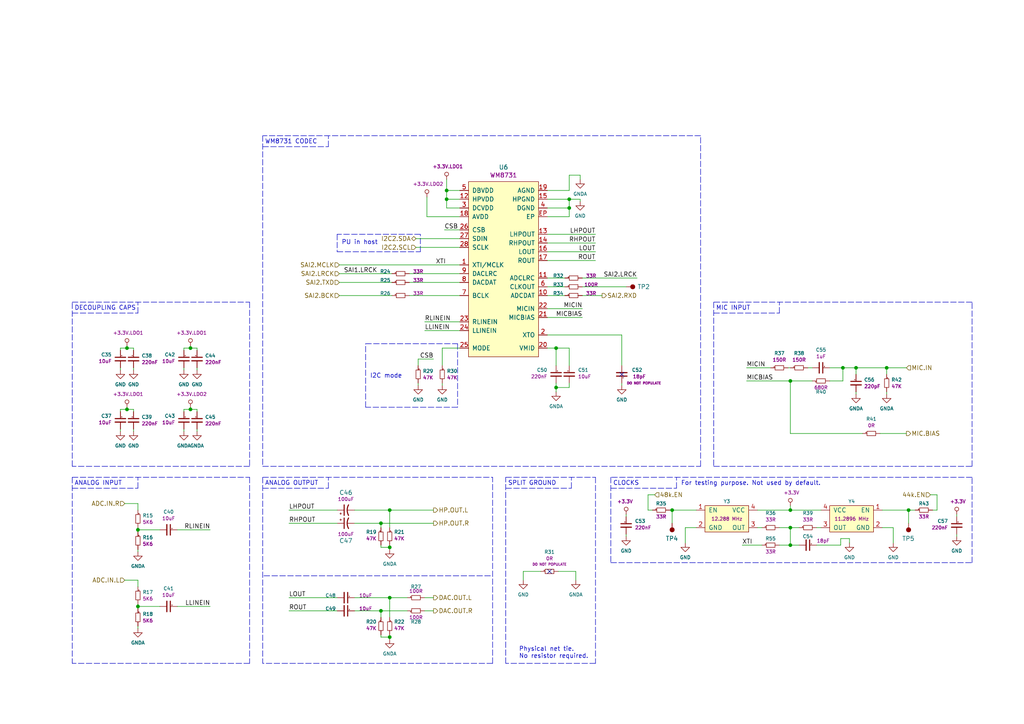
<source format=kicad_sch>
(kicad_sch (version 20211123) (generator eeschema)
  (paper "A4")
  (title_block (title "EX-PCB-10108-001") (date "2021-07-27") (rev "A") (company "OHN Electronics Inc.") (comment 1 "Uses NXP i.MX6ULx core design licensed from PolyVection UG, Germany") (comment 2 "Organelle 2 Processor board") (comment 4 "EX-PCB-10108-001 - Schematics"))
  (junction (at 161.29 100.965))
  (junction (at 40.005 153.67))
  (junction (at 40.005 175.895))
  (junction (at 36.83 118.745))
  (junction (at 229.235 158.115))
  (junction (at 229.235 153.035))
  (junction (at 161.29 112.395))
  (junction (at 263.525 147.955))
  (junction (at 165.1 60.325))
  (junction (at 229.235 147.955))
  (junction (at 110.49 177.165))
  (junction (at 248.285 106.68))
  (junction (at 129.54 55.245))
  (junction (at 113.03 173.355))
  (junction (at 194.945 147.955))
  (junction (at 257.175 106.68))
  (junction (at 129.54 57.785))
  (junction (at 113.03 158.75))
  (junction (at 113.03 184.785))
  (junction (at 55.245 100.965))
  (junction (at 165.1 57.785))
  (junction (at 55.245 118.745))
  (junction (at 36.83 100.965))
  (junction (at 244.475 106.68))
  (junction (at 229.235 110.49))
  (junction (at 110.49 151.765))
  (junction (at 113.03 147.955))
  (no_connect (at 180.34 108.585))
  (no_connect (at 159.385 165.735))
  (polyline (pts (xy 203.2 135.255) (xy 203.2 39.37)))
  (wire (pts (xy 236.855 153.035) (xy 238.125 153.035)))
  (wire (pts (xy 128.27 111.76) (xy 128.27 111.125)))
  (polyline (pts (xy 20.955 138.43) (xy 20.955 192.405)))
  (wire (pts (xy 168.91 80.645) (xy 184.785 80.645)))
  (wire (pts (xy 113.03 179.07) (xy 113.03 173.355)))
  (wire (pts (xy 220.98 158.115) (xy 215.265 158.115)))
  (wire (pts (xy 244.475 106.68) (xy 240.665 106.68)))
  (wire (pts (xy 113.03 184.785) (xy 110.49 184.785)))
  (polyline (pts (xy 207.01 135.255) (xy 281.94 135.255)))
  (wire (pts (xy 229.235 147.955) (xy 238.125 147.955)))
  (polyline (pts (xy 106.045 99.695) (xy 132.715 99.695)))
  (wire (pts (xy 128.27 100.965) (xy 128.27 106.045)))
  (wire (pts (xy 133.35 81.915) (xy 118.745 81.915)))
  (wire (pts (xy 248.285 114.3) (xy 248.285 113.665)))
  (wire (pts (xy 57.15 101.6) (xy 57.15 100.965)))
  (wire (pts (xy 161.29 112.395) (xy 161.29 113.665)))
  (wire (pts (xy 219.71 147.955) (xy 229.235 147.955)))
  (wire (pts (xy 201.93 153.035) (xy 198.755 153.035)))
  (polyline (pts (xy 76.2 138.43) (xy 76.2 192.405)))
  (wire (pts (xy 161.29 112.395) (xy 165.1 112.395)))
  (wire (pts (xy 223.52 106.68) (xy 216.535 106.68)))
  (wire (pts (xy 243.84 158.115) (xy 243.84 156.21)))
  (wire (pts (xy 129.54 55.245) (xy 133.35 55.245)))
  (wire (pts (xy 165.1 57.785) (xy 165.1 60.325)))
  (wire (pts (xy 34.925 106.68) (xy 34.925 107.315)))
  (wire (pts (xy 163.83 85.725) (xy 158.75 85.725)))
  (wire (pts (xy 257.175 106.68) (xy 257.175 108.585)))
  (wire (pts (xy 102.87 177.165) (xy 110.49 177.165)))
  (wire (pts (xy 38.735 119.38) (xy 38.735 118.745)))
  (wire (pts (xy 110.49 151.765) (xy 110.49 153.035)))
  (polyline (pts (xy 132.715 99.695) (xy 132.715 118.11)))
  (wire (pts (xy 40.005 153.035) (xy 40.005 153.67)))
  (wire (pts (xy 236.855 158.115) (xy 243.84 158.115)))
  (wire (pts (xy 55.245 118.745) (xy 55.245 118.11)))
  (wire (pts (xy 158.75 73.025) (xy 172.72 73.025)))
  (wire (pts (xy 250.19 125.73) (xy 229.235 125.73)))
  (wire (pts (xy 240.665 110.49) (xy 244.475 110.49)))
  (wire (pts (xy 98.425 76.835) (xy 133.35 76.835)))
  (wire (pts (xy 180.34 97.155) (xy 180.34 106.045)))
  (polyline (pts (xy 20.955 90.805) (xy 40.005 90.805)))
  (wire (pts (xy 270.51 147.955) (xy 271.78 147.955)))
  (wire (pts (xy 123.19 177.165) (xy 125.73 177.165)))
  (wire (pts (xy 53.34 101.6) (xy 53.34 100.965)))
  (polyline (pts (xy 177.165 138.43) (xy 177.165 163.195)))
  (wire (pts (xy 120.65 69.215) (xy 133.35 69.215)))
  (wire (pts (xy 263.525 147.955) (xy 255.905 147.955)))
  (polyline (pts (xy 72.39 192.405) (xy 20.955 192.405)))
  (wire (pts (xy 257.175 114.3) (xy 257.175 113.665)))
  (wire (pts (xy 229.235 106.68) (xy 228.6 106.68)))
  (wire (pts (xy 158.75 70.485) (xy 172.72 70.485)))
  (wire (pts (xy 34.925 101.6) (xy 34.925 100.965)))
  (wire (pts (xy 97.79 147.955) (xy 83.82 147.955)))
  (wire (pts (xy 265.43 147.955) (xy 263.525 147.955)))
  (wire (pts (xy 113.03 147.955) (xy 125.73 147.955)))
  (wire (pts (xy 113.03 173.355) (xy 102.87 173.355)))
  (polyline (pts (xy 196.215 141.605) (xy 196.215 138.43)))
  (polyline (pts (xy 207.01 90.805) (xy 226.06 90.805)))
  (polyline (pts (xy 76.2 138.43) (xy 142.875 138.43)))
  (wire (pts (xy 57.15 124.46) (xy 57.15 125.095)))
  (wire (pts (xy 189.23 147.955) (xy 187.96 147.955)))
  (wire (pts (xy 36.83 118.745) (xy 36.83 118.11)))
  (wire (pts (xy 189.865 143.51) (xy 187.96 143.51)))
  (wire (pts (xy 34.925 118.745) (xy 36.83 118.745)))
  (wire (pts (xy 174.625 85.725) (xy 168.91 85.725)))
  (wire (pts (xy 129.54 60.325) (xy 133.35 60.325)))
  (wire (pts (xy 229.235 110.49) (xy 216.535 110.49)))
  (wire (pts (xy 53.34 119.38) (xy 53.34 118.745)))
  (wire (pts (xy 229.235 153.035) (xy 226.06 153.035)))
  (polyline (pts (xy 203.2 39.37) (xy 76.2 39.37)))
  (wire (pts (xy 158.75 57.785) (xy 165.1 57.785)))
  (polyline (pts (xy 281.94 87.63) (xy 207.01 87.63)))
  (wire (pts (xy 113.03 158.115) (xy 113.03 158.75)))
  (wire (pts (xy 194.945 147.955) (xy 201.93 147.955)))
  (wire (pts (xy 102.87 151.765) (xy 110.49 151.765)))
  (wire (pts (xy 167.005 165.735) (xy 161.925 165.735)))
  (wire (pts (xy 38.735 118.745) (xy 36.83 118.745)))
  (wire (pts (xy 123.825 57.15) (xy 123.825 62.865)))
  (wire (pts (xy 53.34 106.68) (xy 53.34 107.315)))
  (wire (pts (xy 40.005 170.18) (xy 40.005 168.275)))
  (wire (pts (xy 271.78 143.51) (xy 271.78 147.955)))
  (wire (pts (xy 151.765 168.275) (xy 151.765 165.735)))
  (polyline (pts (xy 281.94 138.43) (xy 177.165 138.43)))
  (polyline (pts (xy 95.25 42.545) (xy 95.25 39.37)))
  (wire (pts (xy 165.1 55.245) (xy 165.1 50.8)))
  (polyline (pts (xy 142.875 192.405) (xy 76.2 192.405)))
  (wire (pts (xy 129.54 60.325) (xy 129.54 57.785)))
  (wire (pts (xy 40.005 168.275) (xy 36.195 168.275)))
  (wire (pts (xy 229.235 153.035) (xy 229.235 158.115)))
  (polyline (pts (xy 177.165 163.195) (xy 281.94 163.195)))
  (wire (pts (xy 118.745 79.375) (xy 133.35 79.375)))
  (wire (pts (xy 165.1 62.865) (xy 158.75 62.865)))
  (polyline (pts (xy 281.94 163.195) (xy 281.94 138.43)))
  (wire (pts (xy 38.735 106.68) (xy 38.735 107.315)))
  (wire (pts (xy 168.275 57.785) (xy 165.1 57.785)))
  (wire (pts (xy 97.79 151.765) (xy 83.82 151.765)))
  (wire (pts (xy 133.35 95.885) (xy 123.19 95.885)))
  (wire (pts (xy 262.89 106.68) (xy 257.175 106.68)))
  (polyline (pts (xy 121.92 73.025) (xy 121.92 67.945)))
  (wire (pts (xy 277.495 149.86) (xy 277.495 149.225)))
  (wire (pts (xy 220.98 153.035) (xy 219.71 153.035)))
  (wire (pts (xy 165.1 60.325) (xy 165.1 62.865)))
  (wire (pts (xy 113.665 85.725) (xy 98.425 85.725)))
  (wire (pts (xy 55.245 100.965) (xy 55.245 100.33)))
  (wire (pts (xy 57.15 118.745) (xy 55.245 118.745)))
  (wire (pts (xy 168.275 58.42) (xy 168.275 57.785)))
  (wire (pts (xy 38.735 101.6) (xy 38.735 100.965)))
  (polyline (pts (xy 172.72 192.405) (xy 146.685 192.405)))
  (wire (pts (xy 163.83 80.645) (xy 158.75 80.645)))
  (wire (pts (xy 34.925 119.38) (xy 34.925 118.745)))
  (polyline (pts (xy 76.2 141.605) (xy 95.25 141.605)))
  (wire (pts (xy 34.925 100.965) (xy 36.83 100.965)))
  (wire (pts (xy 243.84 156.21) (xy 246.38 156.21)))
  (polyline (pts (xy 72.39 87.63) (xy 72.39 135.255)))
  (polyline (pts (xy 207.01 87.63) (xy 207.01 135.255)))
  (wire (pts (xy 38.735 124.46) (xy 38.735 125.095)))
  (wire (pts (xy 57.15 100.965) (xy 55.245 100.965)))
  (wire (pts (xy 110.49 158.75) (xy 110.49 158.115)))
  (wire (pts (xy 194.31 147.955) (xy 194.945 147.955)))
  (polyline (pts (xy 132.715 118.11) (xy 106.045 118.11)))
  (wire (pts (xy 163.83 83.185) (xy 158.75 83.185)))
  (polyline (pts (xy 20.955 135.255) (xy 20.955 87.63)))
  (polyline (pts (xy 76.2 39.37) (xy 76.2 135.255)))
  (wire (pts (xy 133.35 57.785) (xy 129.54 57.785)))
  (wire (pts (xy 123.19 173.355) (xy 125.73 173.355)))
  (wire (pts (xy 231.775 153.035) (xy 229.235 153.035)))
  (wire (pts (xy 133.35 100.965) (xy 128.27 100.965)))
  (polyline (pts (xy 226.06 90.805) (xy 226.06 87.63)))
  (wire (pts (xy 121.285 104.14) (xy 121.285 106.045)))
  (wire (pts (xy 246.38 156.21) (xy 246.38 157.48)))
  (polyline (pts (xy 142.875 192.405) (xy 142.875 138.43)))
  (wire (pts (xy 151.765 165.735) (xy 156.845 165.735)))
  (wire (pts (xy 40.005 175.895) (xy 40.005 176.53)))
  (wire (pts (xy 40.005 147.955) (xy 40.005 146.05)))
  (wire (pts (xy 110.49 184.785) (xy 110.49 184.15)))
  (wire (pts (xy 158.75 92.075) (xy 168.91 92.075)))
  (wire (pts (xy 133.35 62.865) (xy 123.825 62.865)))
  (wire (pts (xy 158.75 60.325) (xy 165.1 60.325)))
  (polyline (pts (xy 177.165 141.605) (xy 196.215 141.605)))
  (polyline (pts (xy 106.045 118.11) (xy 106.045 99.695)))
  (wire (pts (xy 259.08 153.035) (xy 259.08 157.48)))
  (polyline (pts (xy 20.955 138.43) (xy 72.39 138.43)))
  (wire (pts (xy 129.54 52.07) (xy 129.54 55.245)))
  (wire (pts (xy 235.585 106.68) (xy 234.315 106.68)))
  (wire (pts (xy 194.945 151.765) (xy 194.945 147.955)))
  (wire (pts (xy 98.425 81.915) (xy 113.665 81.915)))
  (polyline (pts (xy 146.685 192.405) (xy 146.685 138.43)))
  (wire (pts (xy 34.925 124.46) (xy 34.925 125.095)))
  (wire (pts (xy 167.005 168.275) (xy 167.005 165.735)))
  (wire (pts (xy 161.29 111.125) (xy 161.29 112.395)))
  (polyline (pts (xy 76.2 42.545) (xy 95.25 42.545)))
  (wire (pts (xy 40.005 182.245) (xy 40.005 181.61)))
  (wire (pts (xy 110.49 177.165) (xy 118.11 177.165)))
  (polyline (pts (xy 40.005 90.805) (xy 40.005 87.63)))
  (polyline (pts (xy 97.79 73.025) (xy 121.92 73.025)))
  (wire (pts (xy 168.275 50.8) (xy 168.275 52.07)))
  (wire (pts (xy 40.005 160.02) (xy 40.005 159.385)))
  (polyline (pts (xy 72.39 138.43) (xy 72.39 192.405)))
  (wire (pts (xy 158.75 100.965) (xy 161.29 100.965)))
  (wire (pts (xy 158.75 55.245) (xy 165.1 55.245)))
  (wire (pts (xy 181.61 149.86) (xy 181.61 149.225)))
  (polyline (pts (xy 121.92 67.945) (xy 97.79 67.945)))
  (wire (pts (xy 40.005 146.05) (xy 36.195 146.05)))
  (wire (pts (xy 229.235 158.115) (xy 226.06 158.115)))
  (polyline (pts (xy 20.955 141.605) (xy 40.005 141.605)))
  (wire (pts (xy 198.755 153.035) (xy 198.755 157.48)))
  (wire (pts (xy 53.34 124.46) (xy 53.34 125.095)))
  (wire (pts (xy 128.905 66.675) (xy 133.35 66.675)))
  (wire (pts (xy 57.15 106.68) (xy 57.15 107.315)))
  (polyline (pts (xy 97.79 67.945) (xy 97.79 73.025)))
  (wire (pts (xy 231.775 158.115) (xy 229.235 158.115)))
  (wire (pts (xy 133.35 93.345) (xy 123.19 93.345)))
  (wire (pts (xy 180.34 111.125) (xy 180.34 111.76)))
  (wire (pts (xy 235.585 110.49) (xy 229.235 110.49)))
  (wire (pts (xy 36.83 100.965) (xy 36.83 100.33)))
  (polyline (pts (xy 142.24 167.005) (xy 76.2 167.005)))
  (wire (pts (xy 113.03 158.75) (xy 110.49 158.75)))
  (wire (pts (xy 255.27 125.73) (xy 262.89 125.73)))
  (wire (pts (xy 161.29 100.965) (xy 161.29 106.045)))
  (wire (pts (xy 158.75 67.945) (xy 172.72 67.945)))
  (wire (pts (xy 60.96 175.895) (xy 51.435 175.895)))
  (polyline (pts (xy 76.2 135.255) (xy 203.2 135.255)))
  (wire (pts (xy 248.285 106.68) (xy 257.175 106.68)))
  (wire (pts (xy 165.1 106.045) (xy 165.1 100.965)))
  (wire (pts (xy 263.525 151.765) (xy 263.525 147.955)))
  (wire (pts (xy 60.96 153.67) (xy 51.435 153.67)))
  (wire (pts (xy 244.475 106.68) (xy 248.285 106.68)))
  (wire (pts (xy 97.79 177.165) (xy 83.82 177.165)))
  (wire (pts (xy 229.235 125.73) (xy 229.235 110.49)))
  (wire (pts (xy 158.75 97.155) (xy 180.34 97.155)))
  (wire (pts (xy 187.96 143.51) (xy 187.96 147.955)))
  (wire (pts (xy 97.79 173.355) (xy 83.82 173.355)))
  (wire (pts (xy 165.1 100.965) (xy 161.29 100.965)))
  (wire (pts (xy 40.005 175.26) (xy 40.005 175.895)))
  (wire (pts (xy 121.285 104.14) (xy 125.73 104.14)))
  (wire (pts (xy 110.49 177.165) (xy 110.49 179.07)))
  (wire (pts (xy 110.49 151.765) (xy 125.73 151.765)))
  (wire (pts (xy 40.005 153.67) (xy 40.005 154.305)))
  (polyline (pts (xy 72.39 135.255) (xy 20.955 135.255)))
  (wire (pts (xy 113.03 184.785) (xy 113.03 185.42)))
  (wire (pts (xy 113.03 147.955) (xy 113.03 153.035)))
  (wire (pts (xy 181.61 154.94) (xy 181.61 155.575)))
  (wire (pts (xy 102.87 147.955) (xy 113.03 147.955)))
  (wire (pts (xy 113.665 79.375) (xy 98.425 79.375)))
  (wire (pts (xy 248.285 106.68) (xy 248.285 108.585)))
  (wire (pts (xy 38.735 100.965) (xy 36.83 100.965)))
  (wire (pts (xy 40.005 175.895) (xy 46.355 175.895)))
  (polyline (pts (xy 172.72 138.43) (xy 172.72 192.405)))
  (wire (pts (xy 158.75 89.535) (xy 168.91 89.535)))
  (wire (pts (xy 118.745 85.725) (xy 133.35 85.725)))
  (wire (pts (xy 40.005 153.67) (xy 46.355 153.67)))
  (wire (pts (xy 255.905 153.035) (xy 259.08 153.035)))
  (wire (pts (xy 165.1 50.8) (xy 168.275 50.8)))
  (wire (pts (xy 113.03 184.15) (xy 113.03 184.785)))
  (wire (pts (xy 168.91 83.185) (xy 181.61 83.185)))
  (polyline (pts (xy 165.735 141.605) (xy 165.735 138.43)))
  (polyline (pts (xy 146.685 141.605) (xy 165.735 141.605)))
  (wire (pts (xy 113.03 173.355) (xy 118.11 173.355)))
  (wire (pts (xy 244.475 110.49) (xy 244.475 106.68)))
  (wire (pts (xy 229.235 147.955) (xy 229.235 146.685)))
  (wire (pts (xy 158.75 75.565) (xy 172.72 75.565)))
  (polyline (pts (xy 40.005 141.605) (xy 40.005 138.43)))
  (wire (pts (xy 129.54 57.785) (xy 129.54 55.245)))
  (wire (pts (xy 133.35 71.755) (xy 120.65 71.755)))
  (wire (pts (xy 113.03 158.75) (xy 113.03 159.385)))
  (polyline (pts (xy 20.955 87.63) (xy 72.39 87.63)))
  (wire (pts (xy 121.285 111.76) (xy 121.285 111.125)))
  (polyline (pts (xy 281.94 135.255) (xy 281.94 87.63)))
  (wire (pts (xy 57.15 119.38) (xy 57.15 118.745)))
  (polyline (pts (xy 95.25 141.605) (xy 95.25 138.43)))
  (wire (pts (xy 269.875 143.51) (xy 271.78 143.51)))
  (wire (pts (xy 277.495 154.94) (xy 277.495 155.575)))
  (polyline (pts (xy 146.685 138.43) (xy 172.72 138.43)))
  (wire (pts (xy 53.34 118.745) (xy 55.245 118.745)))
  (wire (pts (xy 165.1 111.125) (xy 165.1 112.395)))
  (wire (pts (xy 53.34 100.965) (xy 55.245 100.965)))
  (text "ANALOG OUTPUT" (at 76.835 140.97 0) (effects (font (size 1.27 1.27)) (justify left bottom)))
  (text "SPLIT GROUND" (at 147.32 140.97 0) (effects (font (size 1.27 1.27)) (justify left bottom)))
  (text "MIC INPUT" (at 207.645 90.17 0) (effects (font (size 1.27 1.27)) (justify left bottom)))
  (text "CLOCKS" (at 177.8 140.97 0) (effects (font (size 1.27 1.27)) (justify left bottom)))
  (text "PU in host" (at 99.06 71.12 0) (effects (font (size 1.27 1.27)) (justify left bottom)))
  (text "Physical net tie.\nNo resistor required." (at 150.495 191.135 0) (effects (font (size 1.27 1.27)) (justify left bottom)))
  (text "DECOUPLING CAPS" (at 21.59 90.17 0) (effects (font (size 1.27 1.27)) (justify left bottom)))
  (text "For testing purpose. Not used by default." (at 197.485 140.97 0) (effects (font (size 1.27 1.27)) (justify left bottom)))
  (text "ANALOG INPUT" (at 21.59 140.97 0) (effects (font (size 1.27 1.27)) (justify left bottom)))
  (text "WM8731 CODEC" (at 76.835 41.91 0) (effects (font (size 1.27 1.27)) (justify left bottom)))
  (text "I2C mode" (at 107.315 109.855 0) (effects (font (size 1.27 1.27)) (justify left bottom)))
  (label "LLINEIN" (at 123.19 95.885 0))
  (label "SAI1.LRCK" (at 99.695 79.375 0))
  (label "RLINEIN" (at 123.19 93.345 0))
  (label "RHPOUT" (at 172.72 70.485 180))
  (label "ROUT" (at 83.82 177.165 0))
  (label "XTI" (at 215.265 158.115 0))
  (label "CSB" (at 125.73 104.14 180))
  (label "RLINEIN" (at 60.96 153.67 180))
  (label "LHPOUT" (at 83.82 147.955 0))
  (label "SAI2.LRCK" (at 184.785 80.645 180))
  (label "MICBIAS" (at 168.91 92.075 180))
  (label "MICBIAS" (at 216.535 110.49 0))
  (label "CSB" (at 128.905 66.675 0))
  (label "ROUT" (at 172.72 75.565 180))
  (label "LLINEIN" (at 60.96 175.895 180))
  (label "XTI" (at 126.365 76.835 0))
  (label "LOUT" (at 172.72 73.025 180))
  (label "LOUT" (at 83.82 173.355 0))
  (label "MICIN" (at 168.91 89.535 180))
  (label "RHPOUT" (at 83.82 151.765 0))
  (label "LHPOUT" (at 172.72 67.945 180))
  (label "MICIN" (at 216.535 106.68 0))
  (hierarchical_label "DAC.OUT.L" (shape output) (at 125.73 173.355 0))
  (hierarchical_label "DAC.OUT.R" (shape output) (at 125.73 177.165 0))
  (hierarchical_label "MIC.IN" (shape input) (at 262.89 106.68 0))
  (hierarchical_label "I2C2.SCL" (shape input) (at 120.65 71.755 180))
  (hierarchical_label "44k.EN" (shape input) (at 269.875 143.51 180))
  (hierarchical_label "HP.OUT.R" (shape output) (at 125.73 151.765 0))
  (hierarchical_label "HP.OUT.L" (shape output) (at 125.73 147.955 0))
  (hierarchical_label "SAI2.MCLK" (shape input) (at 98.425 76.835 180))
  (hierarchical_label "SAI2.BCK" (shape input) (at 98.425 85.725 180))
  (hierarchical_label "SAI2.RXD" (shape output) (at 174.625 85.725 0))
  (hierarchical_label "MIC.BIAS" (shape output) (at 262.89 125.73 0))
  (hierarchical_label "48k.EN" (shape input) (at 189.865 143.51 0))
  (hierarchical_label "SAI2.LRCK" (shape input) (at 98.425 79.375 180))
  (hierarchical_label "I2C2.SDA" (shape bidirectional) (at 120.65 69.215 180))
  (hierarchical_label "ADC.IN.R" (shape input) (at 36.195 146.05 180))
  (hierarchical_label "ADC.IN.L" (shape input) (at 36.195 168.275 180))
  (hierarchical_label "SAI2.TXD" (shape input) (at 98.425 81.915 180))
  (symbol (lib_id "PV-EC-ALU-004:PV-EC-ALU-004-100U") (at 100.33 147.955 90) (unit 1)
    (property "Reference" "C46" (at 100.33 142.875 90))
    (property "Value" "PV-EC-ALU-004-100U" (effects hide))
    (property "Footprint" "PV-EC-ALU-001:5.5x5.5x5" (effects hide))
    (property "PV-Code" "PV-EC-ALU-004-100U" (effects hide))
    (property "PV-Number" "6000031" (effects hide))
    (property "Description" "100uF" (at 100.33 144.78 90) (effects (font (size 0.9906 0.9906))))
    (property "Detail" "C:ALU-5x5.3 / 10V / 20 % / 5000 h" (effects hide))
    (property "Option" "POPULATE" (effects hide))
    (property "Layer" "TOP" (effects hide))
    (property "Type" "SMD" (effects hide))
  )
  (symbol (lib_id "PV-EC-ALU-004:PV-EC-ALU-004-100U") (at 100.33 151.765 90) (mirror x) (unit 1)
    (property "Reference" "C47" (at 100.33 156.845 90))
    (property "Value" "PV-EC-ALU-004-100U" (effects hide))
    (property "Footprint" "PV-EC-ALU-001:5.5x5.5x5" (effects hide))
    (property "PV-Code" "PV-EC-ALU-004-100U" (effects hide))
    (property "PV-Number" "6000031" (effects hide))
    (property "Description" "100uF" (at 100.33 154.94 90) (effects (font (size 0.9906 0.9906))))
    (property "Detail" "C:ALU-5x5.3 / 10V / 20 % / 5000 h" (effects hide))
    (property "Option" "POPULATE" (effects hide))
    (property "Layer" "TOP" (effects hide))
    (property "Type" "SMD" (effects hide))
  )
  (symbol (lib_id "PV-EC-CAP-014:PV-EC-CAP-014-18P") (at 180.34 108.585 180) (unit 1)
    (property "Reference" "C52" (at 184.785 107.315 0) (effects (font (size 0.9906 0.9906))))
    (property "Value" "PV-EC-CAP-014-18P" (effects hide))
    (property "Footprint" "PV-EC-CAP-001:0402" (effects hide))
    (property "PV-Code" "PV-EC-CAP-014-18P" (effects hide))
    (property "PV-Number" "6000004" (effects hide))
    (property "Description" "18pF" (at 185.42 109.22 0) (effects (font (size 0.9906 0.9906))))
    (property "Detail" "C:0402 / 50V / 5% / C0G" (effects hide))
    (property "Option" "DO NOT POPULATE" (at 191.77 111.125 0) (effects (font (size 0.7112 0.7112)) (justify left)))
    (property "Layer" "TOP" (effects hide))
    (property "Type" "SMD" (effects hide))
  )
  (symbol (lib_id "PV-EC-RES-007:PV-EC-RES-007-33R") (at 223.52 158.115 0) (unit 1)
    (property "Reference" "R55" (at 223.52 156.21 0) (effects (font (size 0.9906 0.9906))))
    (property "Value" "PV-EC-RES-007-33R" (effects hide))
    (property "Footprint" "PV-EC-RES-001:0402" (effects hide))
    (property "PV-Code" "PV-EC-RES-007-33R" (effects hide))
    (property "PV-Number" "6000021" (effects hide))
    (property "Description" "33R" (at 223.52 160.02 0) (effects (font (size 0.9906 0.9906))))
    (property "Detail" "R:0402 / 1% / FILM / 1/16W" (effects hide))
    (property "Option" "POPULATE" (effects hide))
    (property "Layer" "TOP" (effects hide))
    (property "Type" "SMD" (effects hide))
  )
  (symbol (lib_id "PV-EC-PWR-003:GNDA") (at 53.34 125.095 0) (unit 1)
    (property "Reference" "#PWR015" (effects hide))
    (property "Value" "GNDA" (at 53.34 129.286 0) (effects (font (size 0.9906 0.9906))))
  )
  (symbol (lib_id "PV-EC-PWR-003:GNDA") (at 57.15 125.095 0) (unit 1)
    (property "Reference" "#PWR091" (effects hide))
    (property "Value" "GNDA" (at 57.15 129.286 0) (effects (font (size 0.9906 0.9906))))
  )
  (symbol (lib_id "PV-EC-AIC-003:PV-EC-AIC-003-006") (at 146.05 78.105 0) (unit 1)
    (property "Reference" "U6" (at 146.05 48.514 0))
    (property "Value" "PV-EC-AIC-003-006" (effects hide))
    (property "Footprint" "PV-EC-AIC-001:QFN-28-5x5-EP" (effects hide))
    (property "PV-Code" "PV-EC-AIC-003-006" (effects hide))
    (property "Description" "WM8731" (at 146.05 50.8254 0))
    (property "Detail" "U:QFN-28 / Audio CODEC / 100-90 dB / HP amp" (effects hide))
    (property "Option" "POPULATE" (effects hide))
    (property "Layer" "TOP" (effects hide))
    (property "Type" "SMD" (effects hide))
    (property "PV-Number" "6000480" (effects hide))
  )
  (symbol (lib_id "PV-EC-PWR-003:GND") (at 168.275 58.42 0) (unit 1)
    (property "Reference" "#PWR0156" (effects hide))
    (property "Value" "GND" (at 168.275 62.611 0) (effects (font (size 0.9906 0.9906))))
  )
  (symbol (lib_id "PV-EC-RES-010:PV-EC-RES-010-47K") (at 128.27 108.585 270) (unit 1)
    (property "Reference" "R30" (at 129.6162 107.6198 90) (effects (font (size 0.9906 0.9906)) (justify left)))
    (property "Value" "PV-EC-RES-010-47K" (effects hide))
    (property "Footprint" "PV-EC-RES-001:0603" (effects hide))
    (property "PV-Code" "PV-EC-RES-010-47K" (effects hide))
    (property "PV-Number" "6000295" (effects hide))
    (property "Description" "47K" (at 129.6162 109.5248 90) (effects (font (size 0.9906 0.9906)) (justify left)))
    (property "Detail" "R:0603 / 1% / FILM / 1/8W" (effects hide))
    (property "Option" "POPULATE" (effects hide))
    (property "Layer" "TOP" (effects hide))
    (property "Type" "SMD" (effects hide))
  )
  (symbol (lib_id "PV-EC-PWR-003:GND") (at 128.27 111.76 0) (unit 1)
    (property "Reference" "#PWR0121" (effects hide))
    (property "Value" "GND" (at 128.27 115.951 0) (effects (font (size 0.9906 0.9906))))
  )
  (symbol (lib_id "PV-EC-RES-010:PV-EC-RES-010-47K") (at 121.285 108.585 270) (unit 1)
    (property "Reference" "R29" (at 122.6312 107.6198 90) (effects (font (size 0.9906 0.9906)) (justify left)))
    (property "Value" "PV-EC-RES-010-47K" (effects hide))
    (property "Footprint" "PV-EC-RES-001:0603" (effects hide))
    (property "PV-Code" "PV-EC-RES-010-47K" (effects hide))
    (property "PV-Number" "6000295" (effects hide))
    (property "Description" "47K" (at 122.6312 109.5248 90) (effects (font (size 0.9906 0.9906)) (justify left)))
    (property "Detail" "R:0603 / 1% / FILM / 1/8W" (effects hide))
    (property "Option" "POPULATE" (effects hide))
    (property "Layer" "TOP" (effects hide))
    (property "Type" "SMD" (effects hide))
  )
  (symbol (lib_id "PV-EC-PWR-003:GND") (at 121.285 111.76 0) (unit 1)
    (property "Reference" "#PWR0119" (effects hide))
    (property "Value" "GND" (at 121.285 115.951 0) (effects (font (size 0.9906 0.9906))))
  )
  (symbol (lib_id "PV-EC-PWR-003:GND") (at 53.34 107.315 0) (unit 1)
    (property "Reference" "#PWR090" (effects hide))
    (property "Value" "GND" (at 53.34 111.506 0) (effects (font (size 0.9906 0.9906))))
  )
  (symbol (lib_id "PV-EC-CAP-017:PV-EC-CAP-017-10U") (at 53.34 104.14 0) (mirror y) (unit 1)
    (property "Reference" "C42" (at 50.8 102.87 0) (effects (font (size 0.9906 0.9906)) (justify left)))
    (property "Value" "PV-EC-CAP-017-10U" (effects hide))
    (property "Footprint" "PV-EC-CAP-001:0603" (effects hide))
    (property "PV-Code" "PV-EC-CAP-017-10U" (effects hide))
    (property "PV-Number" "6000369" (effects hide))
    (property "Description" "10uF" (at 50.8 104.775 0) (effects (font (size 0.9906 0.9906)) (justify left)))
    (property "Detail" "C:0603 / 6.3V / 20% / X5R" (effects hide))
    (property "Option" "POPULATE" (effects hide))
    (property "Layer" "TOP" (effects hide))
    (property "Type" "SMD" (effects hide))
  )
  (symbol (lib_id "PV-EC-PWR-003:GND") (at 57.15 107.315 0) (unit 1)
    (property "Reference" "#PWR094" (effects hide))
    (property "Value" "GND" (at 57.15 111.506 0) (effects (font (size 0.9906 0.9906))))
  )
  (symbol (lib_id "PV-EC-PWR-003:+3.3V_LDO1_ISO_INPUT") (at 129.54 52.07 0) (unit 1)
    (property "Reference" "#PWR0140" (effects hide))
    (property "Value" "+3.3V_LDO1_ISO_INPUT" (effects hide))
    (property "Description" "+3.3V.LDO1" (at 129.8702 48.2854 0) (effects (font (size 0.9906 0.9906))))
  )
  (symbol (lib_id "PV-EC-PWR-003:+3.3V_LDO2_ISO_INPUT") (at 123.825 57.15 0) (unit 1)
    (property "Reference" "#PWR0120" (effects hide))
    (property "Value" "+3.3V_LDO2_ISO_INPUT" (effects hide))
    (property "Description" "+3.3V.LDO2" (at 124.1552 53.3654 0) (effects (font (size 0.9906 0.9906))))
  )
  (symbol (lib_id "PV-EC-PWR-003:+3.3V_LDO1_ISO_INPUT") (at 55.245 100.33 0) (unit 1)
    (property "Reference" "#PWR092" (effects hide))
    (property "Value" "+3.3V_LDO1_ISO_INPUT" (effects hide))
    (property "Description" "+3.3V.LDO1" (at 55.5752 96.5454 0) (effects (font (size 0.9906 0.9906))))
  )
  (symbol (lib_id "PV-EC-PWR-003:GND") (at 34.925 107.315 0) (unit 1)
    (property "Reference" "#PWR073" (effects hide))
    (property "Value" "GND" (at 34.925 111.506 0) (effects (font (size 0.9906 0.9906))))
  )
  (symbol (lib_id "PV-EC-CAP-017:PV-EC-CAP-017-10U") (at 34.925 104.14 0) (mirror y) (unit 1)
    (property "Reference" "C35" (at 32.385 102.87 0) (effects (font (size 0.9906 0.9906)) (justify left)))
    (property "Value" "PV-EC-CAP-017-10U" (effects hide))
    (property "Footprint" "PV-EC-CAP-001:0603" (effects hide))
    (property "PV-Code" "PV-EC-CAP-017-10U" (effects hide))
    (property "PV-Number" "6000369" (effects hide))
    (property "Description" "10uF" (at 32.385 104.775 0) (effects (font (size 0.9906 0.9906)) (justify left)))
    (property "Detail" "C:0603 / 6.3V / 20% / X5R" (effects hide))
    (property "Option" "POPULATE" (effects hide))
    (property "Layer" "TOP" (effects hide))
    (property "Type" "SMD" (effects hide))
  )
  (symbol (lib_id "PV-EC-PWR-003:GND") (at 38.735 107.315 0) (unit 1)
    (property "Reference" "#PWR083" (effects hide))
    (property "Value" "GND" (at 38.735 111.506 0) (effects (font (size 0.9906 0.9906))))
  )
  (symbol (lib_id "PV-EC-PWR-003:+3.3V_LDO1_ISO_INPUT") (at 36.83 100.33 0) (unit 1)
    (property "Reference" "#PWR081" (effects hide))
    (property "Value" "+3.3V_LDO1_ISO_INPUT" (effects hide))
    (property "Description" "+3.3V.LDO1" (at 37.1602 96.5454 0) (effects (font (size 0.9906 0.9906))))
  )
  (symbol (lib_id "PV-EC-PWR-003:GND") (at 34.925 125.095 0) (unit 1)
    (property "Reference" "#PWR080" (effects hide))
    (property "Value" "GND" (at 34.925 129.286 0) (effects (font (size 0.9906 0.9906))))
  )
  (symbol (lib_id "PV-EC-CAP-017:PV-EC-CAP-017-10U") (at 34.925 121.92 0) (mirror y) (unit 1)
    (property "Reference" "C37" (at 32.385 120.65 0) (effects (font (size 0.9906 0.9906)) (justify left)))
    (property "Value" "PV-EC-CAP-017-10U" (effects hide))
    (property "Footprint" "PV-EC-CAP-001:0603" (effects hide))
    (property "PV-Code" "PV-EC-CAP-017-10U" (effects hide))
    (property "PV-Number" "6000369" (effects hide))
    (property "Description" "10uF" (at 32.385 122.555 0) (effects (font (size 0.9906 0.9906)) (justify left)))
    (property "Detail" "C:0603 / 6.3V / 20% / X5R" (effects hide))
    (property "Option" "POPULATE" (effects hide))
    (property "Layer" "TOP" (effects hide))
    (property "Type" "SMD" (effects hide))
  )
  (symbol (lib_id "PV-EC-PWR-003:GND") (at 38.735 125.095 0) (unit 1)
    (property "Reference" "#PWR084" (effects hide))
    (property "Value" "GND" (at 38.735 129.286 0) (effects (font (size 0.9906 0.9906))))
  )
  (symbol (lib_id "PV-EC-PWR-003:+3.3V_LDO1_ISO_INPUT") (at 36.83 118.11 0) (unit 1)
    (property "Reference" "#PWR082" (effects hide))
    (property "Value" "+3.3V_LDO1_ISO_INPUT" (effects hide))
    (property "Description" "+3.3V.LDO1" (at 37.1602 114.3254 0) (effects (font (size 0.9906 0.9906))))
  )
  (symbol (lib_id "PV-EC-CAP-017:PV-EC-CAP-017-10U") (at 53.34 121.92 0) (mirror y) (unit 1)
    (property "Reference" "C43" (at 50.8 120.65 0) (effects (font (size 0.9906 0.9906)) (justify left)))
    (property "Value" "PV-EC-CAP-017-10U" (effects hide))
    (property "Footprint" "PV-EC-CAP-001:0603" (effects hide))
    (property "PV-Code" "PV-EC-CAP-017-10U" (effects hide))
    (property "PV-Number" "6000369" (effects hide))
    (property "Description" "10uF" (at 50.8 122.555 0) (effects (font (size 0.9906 0.9906)) (justify left)))
    (property "Detail" "C:0603 / 6.3V / 20% / X5R" (effects hide))
    (property "Option" "POPULATE" (effects hide))
    (property "Layer" "TOP" (effects hide))
    (property "Type" "SMD" (effects hide))
  )
  (symbol (lib_id "PV-EC-PWR-003:+3.3V_LDO2_ISO_INPUT") (at 55.245 118.11 0) (unit 1)
    (property "Reference" "#PWR093" (effects hide))
    (property "Value" "+3.3V_LDO2_ISO_INPUT" (effects hide))
    (property "Description" "+3.3V.LDO2" (at 55.5752 114.3254 0) (effects (font (size 0.9906 0.9906))))
  )
  (symbol (lib_id "PV-EC-CAP-017:PV-EC-CAP-017-10U") (at 165.1 108.585 0) (unit 1)
    (property "Reference" "C51" (at 167.64 107.315 0) (effects (font (size 0.9906 0.9906)) (justify left)))
    (property "Value" "PV-EC-CAP-017-10U" (effects hide))
    (property "Footprint" "PV-EC-CAP-001:0603" (effects hide))
    (property "PV-Code" "PV-EC-CAP-017-10U" (effects hide))
    (property "PV-Number" "6000369" (effects hide))
    (property "Description" "10uF" (at 167.64 109.22 0) (effects (font (size 0.9906 0.9906)) (justify left)))
    (property "Detail" "C:0603 / 6.3V / 20% / X5R" (effects hide))
    (property "Option" "POPULATE" (effects hide))
    (property "Layer" "TOP" (effects hide))
    (property "Type" "SMD" (effects hide))
  )
  (symbol (lib_id "PV-EC-CAP-011:PV-EC-CAP-011-220N") (at 161.29 108.585 0) (mirror y) (unit 1)
    (property "Reference" "C50" (at 158.75 107.315 0) (effects (font (size 0.9906 0.9906)) (justify left)))
    (property "Value" "PV-EC-CAP-011-220N" (effects hide))
    (property "Footprint" "PV-EC-CAP-001:0402" (effects hide))
    (property "PV-Code" "PV-EC-CAP-011-220N" (effects hide))
    (property "PV-Number" "6000001" (effects hide))
    (property "Description" "220nF" (at 158.75 109.22 0) (effects (font (size 0.9906 0.9906)) (justify left)))
    (property "Detail" "C:0402 / 10V / 20% / X5R" (effects hide))
    (property "Option" "POPULATE" (effects hide))
    (property "Layer" "TOP" (effects hide))
    (property "Type" "SMD" (effects hide))
  )
  (symbol (lib_id "PV-EC-RES-010:PV-EC-RES-010-47K") (at 113.03 155.575 270) (unit 1)
    (property "Reference" "R21" (at 114.3 154.305 90) (effects (font (size 0.9906 0.9906)) (justify left)))
    (property "Value" "PV-EC-RES-010-47K" (effects hide))
    (property "Footprint" "PV-EC-RES-001:0603" (effects hide))
    (property "PV-Code" "PV-EC-RES-010-47K" (effects hide))
    (property "PV-Number" "6000295" (effects hide))
    (property "Description" "47K" (at 114.3 156.21 90) (effects (font (size 0.9906 0.9906)) (justify left)))
    (property "Detail" "R:0603 / 1% / FILM / 1/8W" (effects hide))
    (property "Option" "POPULATE" (effects hide))
    (property "Layer" "TOP" (effects hide))
    (property "Type" "SMD" (effects hide))
  )
  (symbol (lib_id "PV-EC-RES-010:PV-EC-RES-010-47K") (at 110.49 155.575 90) (mirror x) (unit 1)
    (property "Reference" "R19" (at 109.22 154.305 90) (effects (font (size 0.9906 0.9906)) (justify left)))
    (property "Value" "PV-EC-RES-010-47K" (effects hide))
    (property "Footprint" "PV-EC-RES-001:0603" (effects hide))
    (property "PV-Code" "PV-EC-RES-010-47K" (effects hide))
    (property "PV-Number" "6000295" (effects hide))
    (property "Description" "47K" (at 109.22 156.21 90) (effects (font (size 0.9906 0.9906)) (justify left)))
    (property "Detail" "R:0603 / 1% / FILM / 1/8W" (effects hide))
    (property "Option" "POPULATE" (effects hide))
    (property "Layer" "TOP" (effects hide))
    (property "Type" "SMD" (effects hide))
  )
  (symbol (lib_id "PV-EC-PWR-003:GNDA") (at 113.03 159.385 0) (unit 1)
    (property "Reference" "#PWR0106" (effects hide))
    (property "Value" "GNDA" (at 113.03 163.576 0) (effects (font (size 0.9906 0.9906))))
  )
  (symbol (lib_id "PV-EC-PWR-003:GNDA") (at 168.275 52.07 0) (unit 1)
    (property "Reference" "#PWR0149" (effects hide))
    (property "Value" "GNDA" (at 168.275 56.261 0) (effects (font (size 0.9906 0.9906))))
  )
  (symbol (lib_id "PV-EC-CAP-029:PV-EC-CAP-029-10U") (at 100.33 173.355 270) (unit 1)
    (property "Reference" "C48" (at 95.885 172.72 90) (effects (font (size 0.9906 0.9906))))
    (property "Value" "PV-EC-CAP-029-10U" (effects hide))
    (property "Footprint" "PV-EC-CAP-001:0805" (effects hide))
    (property "PV-Code" "PV-EC-CAP-029-10U" (effects hide))
    (property "PV-Number" "6000034" (effects hide))
    (property "Description" "10uF" (at 106.045 172.72 90) (effects (font (size 0.9906 0.9906))))
    (property "Detail" "C:0805 / 35V / 20% / X5R" (effects hide))
    (property "Option" "POPULATE" (effects hide))
    (property "Layer" "TOP" (effects hide))
    (property "Type" "SMD" (effects hide))
  )
  (symbol (lib_id "PV-EC-CAP-029:PV-EC-CAP-029-10U") (at 100.33 177.165 270) (unit 1)
    (property "Reference" "C49" (at 95.885 176.53 90) (effects (font (size 0.9906 0.9906))))
    (property "Value" "PV-EC-CAP-029-10U" (effects hide))
    (property "Footprint" "PV-EC-CAP-001:0805" (effects hide))
    (property "PV-Code" "PV-EC-CAP-029-10U" (effects hide))
    (property "PV-Number" "6000034" (effects hide))
    (property "Description" "10uF" (at 106.045 176.53 90) (effects (font (size 0.9906 0.9906))))
    (property "Detail" "C:0805 / 35V / 20% / X5R" (effects hide))
    (property "Option" "POPULATE" (effects hide))
    (property "Layer" "TOP" (effects hide))
    (property "Type" "SMD" (effects hide))
  )
  (symbol (lib_id "PV-EC-RES-010:PV-EC-RES-010-47K") (at 113.03 181.61 270) (unit 1)
    (property "Reference" "R22" (at 114.3 180.34 90) (effects (font (size 0.9906 0.9906)) (justify left)))
    (property "Value" "PV-EC-RES-010-47K" (effects hide))
    (property "Footprint" "PV-EC-RES-001:0603" (effects hide))
    (property "PV-Code" "PV-EC-RES-010-47K" (effects hide))
    (property "PV-Number" "6000295" (effects hide))
    (property "Description" "47K" (at 114.3 182.245 90) (effects (font (size 0.9906 0.9906)) (justify left)))
    (property "Detail" "R:0603 / 1% / FILM / 1/8W" (effects hide))
    (property "Option" "POPULATE" (effects hide))
    (property "Layer" "TOP" (effects hide))
    (property "Type" "SMD" (effects hide))
  )
  (symbol (lib_id "PV-EC-RES-010:PV-EC-RES-010-47K") (at 110.49 181.61 90) (mirror x) (unit 1)
    (property "Reference" "R20" (at 109.22 180.34 90) (effects (font (size 0.9906 0.9906)) (justify left)))
    (property "Value" "PV-EC-RES-010-47K" (effects hide))
    (property "Footprint" "PV-EC-RES-001:0603" (effects hide))
    (property "PV-Code" "PV-EC-RES-010-47K" (effects hide))
    (property "PV-Number" "6000295" (effects hide))
    (property "Description" "47K" (at 109.22 182.245 90) (effects (font (size 0.9906 0.9906)) (justify left)))
    (property "Detail" "R:0603 / 1% / FILM / 1/8W" (effects hide))
    (property "Option" "POPULATE" (effects hide))
    (property "Layer" "TOP" (effects hide))
    (property "Type" "SMD" (effects hide))
  )
  (symbol (lib_id "PV-EC-PWR-003:GNDA") (at 113.03 185.42 0) (unit 1)
    (property "Reference" "#PWR0118" (effects hide))
    (property "Value" "GNDA" (at 113.03 189.611 0) (effects (font (size 0.9906 0.9906))))
  )
  (symbol (lib_id "PV-EC-RES-010:PV-EC-RES-010-100R") (at 120.65 173.355 0) (unit 1)
    (property "Reference" "R27" (at 120.65 170.18 0) (effects (font (size 0.9906 0.9906))))
    (property "Value" "PV-EC-RES-010-100R" (effects hide))
    (property "Footprint" "PV-EC-RES-001:0603" (effects hide))
    (property "PV-Code" "PV-EC-RES-010-100R" (effects hide))
    (property "PV-Number" "6000397" (effects hide))
    (property "Description" "100R" (at 120.65 171.45 0) (effects (font (size 0.9906 0.9906))))
    (property "Detail" "R:0603 / 1% / FILM / 1/8W" (effects hide))
    (property "Option" "POPULATE" (effects hide))
    (property "Layer" "TOP" (effects hide))
    (property "Type" "SMD" (effects hide))
  )
  (symbol (lib_id "PV-EC-RES-010:PV-EC-RES-010-100R") (at 120.65 177.165 0) (mirror x) (unit 1)
    (property "Reference" "R28" (at 120.65 180.34 0) (effects (font (size 0.9906 0.9906))))
    (property "Value" "PV-EC-RES-010-100R" (effects hide))
    (property "Footprint" "PV-EC-RES-001:0603" (effects hide))
    (property "PV-Code" "PV-EC-RES-010-100R" (effects hide))
    (property "PV-Number" "6000397" (effects hide))
    (property "Description" "100R" (at 120.65 179.07 0) (effects (font (size 0.9906 0.9906))))
    (property "Detail" "R:0603 / 1% / FILM / 1/8W" (effects hide))
    (property "Option" "POPULATE" (effects hide))
    (property "Layer" "TOP" (effects hide))
    (property "Type" "SMD" (effects hide))
  )
  (symbol (lib_id "PV-EC-RES-010:PV-EC-RES-010-100R") (at 166.37 83.185 0) (unit 1)
    (property "Reference" "R33" (at 161.925 82.55 0) (effects (font (size 0.9906 0.9906))))
    (property "Value" "PV-EC-RES-010-100R" (effects hide))
    (property "Footprint" "PV-EC-RES-001:0603" (effects hide))
    (property "PV-Code" "PV-EC-RES-010-100R" (effects hide))
    (property "PV-Number" "6000397" (effects hide))
    (property "Description" "100R" (at 171.45 82.55 0) (effects (font (size 0.9906 0.9906))))
    (property "Detail" "R:0603 / 1% / FILM / 1/8W" (effects hide))
    (property "Option" "POPULATE" (effects hide))
    (property "Layer" "TOP" (effects hide))
    (property "Type" "SMD" (effects hide))
  )
  (symbol (lib_id "PV-EC-RES-010:PV-EC-RES-010-5K6") (at 40.005 150.495 270) (unit 1)
    (property "Reference" "R15" (at 41.3512 149.5298 90) (effects (font (size 0.9906 0.9906)) (justify left)))
    (property "Value" "PV-EC-RES-010-5K6" (effects hide))
    (property "Footprint" "PV-EC-RES-001:0603" (effects hide))
    (property "PV-Code" "PV-EC-RES-010-5K6" (effects hide))
    (property "Description" "5K6" (at 41.3512 151.4348 90) (effects (font (size 0.9906 0.9906)) (justify left)))
    (property "Detail" "R:0603 / 1% / FILM / 1/8W" (effects hide))
    (property "Option" "POPULATE" (effects hide))
    (property "Layer" "TOP" (effects hide))
    (property "Type" "SMD" (effects hide))
    (property "PV-Number" "6000148" (effects hide))
  )
  (symbol (lib_id "PV-EC-RES-010:PV-EC-RES-010-5K6") (at 40.005 156.845 270) (unit 1)
    (property "Reference" "R16" (at 41.3512 155.8798 90) (effects (font (size 0.9906 0.9906)) (justify left)))
    (property "Value" "PV-EC-RES-010-5K6" (effects hide))
    (property "Footprint" "PV-EC-RES-001:0603" (effects hide))
    (property "PV-Code" "PV-EC-RES-010-5K6" (effects hide))
    (property "Description" "5K6" (at 41.3512 157.7848 90) (effects (font (size 0.9906 0.9906)) (justify left)))
    (property "Detail" "R:0603 / 1% / FILM / 1/8W" (effects hide))
    (property "Option" "POPULATE" (effects hide))
    (property "Layer" "TOP" (effects hide))
    (property "Type" "SMD" (effects hide))
    (property "PV-Number" "6000148" (effects hide))
  )
  (symbol (lib_id "PV-EC-RES-010:PV-EC-RES-010-5K6") (at 40.005 172.72 270) (unit 1)
    (property "Reference" "R17" (at 41.3512 171.7548 90) (effects (font (size 0.9906 0.9906)) (justify left)))
    (property "Value" "PV-EC-RES-010-5K6" (effects hide))
    (property "Footprint" "PV-EC-RES-001:0603" (effects hide))
    (property "PV-Code" "PV-EC-RES-010-5K6" (effects hide))
    (property "Description" "5K6" (at 41.3512 173.6598 90) (effects (font (size 0.9906 0.9906)) (justify left)))
    (property "Detail" "R:0603 / 1% / FILM / 1/8W" (effects hide))
    (property "Option" "POPULATE" (effects hide))
    (property "Layer" "TOP" (effects hide))
    (property "Type" "SMD" (effects hide))
    (property "PV-Number" "6000148" (effects hide))
  )
  (symbol (lib_id "PV-EC-RES-010:PV-EC-RES-010-5K6") (at 40.005 179.07 270) (unit 1)
    (property "Reference" "R18" (at 41.3512 178.1048 90) (effects (font (size 0.9906 0.9906)) (justify left)))
    (property "Value" "PV-EC-RES-010-5K6" (effects hide))
    (property "Footprint" "PV-EC-RES-001:0603" (effects hide))
    (property "PV-Code" "PV-EC-RES-010-5K6" (effects hide))
    (property "Description" "5K6" (at 41.3512 180.0098 90) (effects (font (size 0.9906 0.9906)) (justify left)))
    (property "Detail" "R:0603 / 1% / FILM / 1/8W" (effects hide))
    (property "Option" "POPULATE" (effects hide))
    (property "Layer" "TOP" (effects hide))
    (property "Type" "SMD" (effects hide))
    (property "PV-Number" "6000148" (effects hide))
  )
  (symbol (lib_id "PV-EC-PWR-003:GNDA") (at 40.005 160.02 0) (unit 1)
    (property "Reference" "#PWR085" (effects hide))
    (property "Value" "GNDA" (at 40.005 164.211 0) (effects (font (size 0.9906 0.9906))))
  )
  (symbol (lib_id "PV-EC-PWR-003:GNDA") (at 40.005 182.245 0) (unit 1)
    (property "Reference" "#PWR089" (effects hide))
    (property "Value" "GNDA" (at 40.005 186.436 0) (effects (font (size 0.9906 0.9906))))
  )
  (symbol (lib_id "PV-EC-CAP-029:PV-EC-CAP-029-10U") (at 48.895 153.67 270) (unit 1)
    (property "Reference" "C40" (at 48.895 148.463 90) (effects (font (size 0.9906 0.9906))))
    (property "Value" "PV-EC-CAP-029-10U" (effects hide))
    (property "Footprint" "PV-EC-CAP-001:0805" (effects hide))
    (property "PV-Code" "PV-EC-CAP-029-10U" (effects hide))
    (property "PV-Number" "6000034" (effects hide))
    (property "Description" "10uF" (at 48.895 150.368 90) (effects (font (size 0.9906 0.9906))))
    (property "Detail" "C:0805 / 35V / 20% / X5R" (effects hide))
    (property "Option" "POPULATE" (effects hide))
    (property "Layer" "TOP" (effects hide))
    (property "Type" "SMD" (effects hide))
  )
  (symbol (lib_id "PV-EC-CAP-029:PV-EC-CAP-029-10U") (at 48.895 175.895 270) (unit 1)
    (property "Reference" "C41" (at 48.895 170.688 90) (effects (font (size 0.9906 0.9906))))
    (property "Value" "PV-EC-CAP-029-10U" (effects hide))
    (property "Footprint" "PV-EC-CAP-001:0805" (effects hide))
    (property "PV-Code" "PV-EC-CAP-029-10U" (effects hide))
    (property "PV-Number" "6000034" (effects hide))
    (property "Description" "10uF" (at 48.895 172.593 90) (effects (font (size 0.9906 0.9906))))
    (property "Detail" "C:0805 / 35V / 20% / X5R" (effects hide))
    (property "Option" "POPULATE" (effects hide))
    (property "Layer" "TOP" (effects hide))
    (property "Type" "SMD" (effects hide))
  )
  (symbol (lib_id "PV-EC-RES-007:PV-EC-RES-007-33R") (at 116.205 79.375 0) (unit 1)
    (property "Reference" "R24" (at 111.76 78.74 0) (effects (font (size 0.9906 0.9906))))
    (property "Value" "PV-EC-RES-007-33R" (effects hide))
    (property "Footprint" "PV-EC-RES-001:0402" (effects hide))
    (property "PV-Code" "PV-EC-RES-007-33R" (effects hide))
    (property "PV-Number" "6000021" (effects hide))
    (property "Description" "33R" (at 121.285 78.74 0) (effects (font (size 0.9906 0.9906))))
    (property "Detail" "R:0402 / 1% / FILM / 1/16W" (effects hide))
    (property "Option" "POPULATE" (effects hide))
    (property "Layer" "TOP" (effects hide))
    (property "Type" "SMD" (effects hide))
  )
  (symbol (lib_id "PV-EC-RES-007:PV-EC-RES-007-33R") (at 116.205 81.915 0) (unit 1)
    (property "Reference" "R25" (at 111.76 81.28 0) (effects (font (size 0.9906 0.9906))))
    (property "Value" "PV-EC-RES-007-33R" (effects hide))
    (property "Footprint" "PV-EC-RES-001:0402" (effects hide))
    (property "PV-Code" "PV-EC-RES-007-33R" (effects hide))
    (property "PV-Number" "6000021" (effects hide))
    (property "Description" "33R" (at 121.285 81.28 0) (effects (font (size 0.9906 0.9906))))
    (property "Detail" "R:0402 / 1% / FILM / 1/16W" (effects hide))
    (property "Option" "POPULATE" (effects hide))
    (property "Layer" "TOP" (effects hide))
    (property "Type" "SMD" (effects hide))
  )
  (symbol (lib_id "PV-EC-RES-007:PV-EC-RES-007-33R") (at 116.205 85.725 0) (unit 1)
    (property "Reference" "R26" (at 111.76 85.09 0) (effects (font (size 0.9906 0.9906))))
    (property "Value" "PV-EC-RES-007-33R" (effects hide))
    (property "Footprint" "PV-EC-RES-001:0402" (effects hide))
    (property "PV-Code" "PV-EC-RES-007-33R" (effects hide))
    (property "PV-Number" "6000021" (effects hide))
    (property "Description" "33R" (at 121.285 85.09 0) (effects (font (size 0.9906 0.9906))))
    (property "Detail" "R:0402 / 1% / FILM / 1/16W" (effects hide))
    (property "Option" "POPULATE" (effects hide))
    (property "Layer" "TOP" (effects hide))
    (property "Type" "SMD" (effects hide))
  )
  (symbol (lib_id "PV-EC-RES-007:PV-EC-RES-007-33R") (at 166.37 80.645 0) (unit 1)
    (property "Reference" "R32" (at 161.925 80.01 0) (effects (font (size 0.9906 0.9906))))
    (property "Value" "PV-EC-RES-007-33R" (effects hide))
    (property "Footprint" "PV-EC-RES-001:0402" (effects hide))
    (property "PV-Code" "PV-EC-RES-007-33R" (effects hide))
    (property "PV-Number" "6000021" (effects hide))
    (property "Description" "33R" (at 171.45 80.01 0) (effects (font (size 0.9906 0.9906))))
    (property "Detail" "R:0402 / 1% / FILM / 1/16W" (effects hide))
    (property "Option" "POPULATE" (effects hide))
    (property "Layer" "TOP" (effects hide))
    (property "Type" "SMD" (effects hide))
  )
  (symbol (lib_id "PV-EC-RES-007:PV-EC-RES-007-33R") (at 166.37 85.725 0) (unit 1)
    (property "Reference" "R34" (at 161.925 85.09 0) (effects (font (size 0.9906 0.9906))))
    (property "Value" "PV-EC-RES-007-33R" (effects hide))
    (property "Footprint" "PV-EC-RES-001:0402" (effects hide))
    (property "PV-Code" "PV-EC-RES-007-33R" (effects hide))
    (property "PV-Number" "6000021" (effects hide))
    (property "Description" "33R" (at 171.45 85.09 0) (effects (font (size 0.9906 0.9906))))
    (property "Detail" "R:0402 / 1% / FILM / 1/16W" (effects hide))
    (property "Option" "POPULATE" (effects hide))
    (property "Layer" "TOP" (effects hide))
    (property "Type" "SMD" (effects hide))
  )
  (symbol (lib_id "PV-EC-RES-010:PV-EC-RES-010-0R") (at 159.385 165.735 0) (unit 1)
    (property "Reference" "R31" (at 159.385 160.0962 0) (effects (font (size 0.9906 0.9906))))
    (property "Value" "PV-EC-RES-010-0R" (effects hide))
    (property "Footprint" "PV-EC-RES-001:0603" (effects hide))
    (property "PV-Code" "PV-EC-RES-010-0R" (effects hide))
    (property "PV-Number" "6000054" (effects hide))
    (property "Description" "0R" (at 159.385 162.0012 0) (effects (font (size 0.9906 0.9906))))
    (property "Detail" "R:0603 / 1% / FILM / 1/8W" (effects hide))
    (property "Option" "DO NOT POPULATE" (at 159.385 163.6776 0) (effects (font (size 0.7112 0.7112))))
    (property "Layer" "TOP" (effects hide))
    (property "Type" "SMD" (effects hide))
  )
  (symbol (lib_id "PV-EC-PWR-003:GND") (at 151.765 168.275 0) (unit 1)
    (property "Reference" "#PWR0142" (effects hide))
    (property "Value" "GND" (at 151.765 172.466 0) (effects (font (size 0.9906 0.9906))))
  )
  (symbol (lib_id "PV-EC-PWR-003:GNDA") (at 167.005 168.275 0) (unit 1)
    (property "Reference" "#PWR0147" (effects hide))
    (property "Value" "GNDA" (at 167.005 172.466 0) (effects (font (size 0.9906 0.9906))))
  )
  (symbol (lib_id "PV-EC-BRD-004:PV-EC-BRD-004-2MM") (at 184.15 83.185 0) (unit 1)
    (property "Reference" "TP2" (at 184.8612 83.185 0) (effects (justify left)))
    (property "Value" "PV-EC-BRD-004-2MM" (effects hide))
    (property "Footprint" "PV-EC-BRD-001:TP_20" (effects hide))
    (property "PV-Code" "PV-EC-BRD-004-2MM" (effects hide))
    (property "Description" "Testpoint 2 mm" (effects hide))
    (property "Detail" "TP:2MM / TESTPOINT 2mm / no paste" (effects hide))
    (property "Option" "DO NOT POPULATE" (effects hide))
    (property "Layer" "TOP" (effects hide))
    (property "Type" "TESTPOINT" (effects hide))
  )
  (symbol (lib_id "PV-EC-PWR-003:GND") (at 180.34 111.76 0) (mirror y) (unit 1)
    (property "Reference" "#PWR0157" (effects hide))
    (property "Value" "GND" (at 180.34 115.951 0) (effects (font (size 0.9906 0.9906))))
  )
  (symbol (lib_id "PV-EC-PWR-003:GND") (at 246.38 157.48 0) (mirror y) (unit 1)
    (property "Reference" "#PWR0168" (effects hide))
    (property "Value" "GND" (at 246.38 161.671 0) (effects (font (size 0.9906 0.9906))))
  )
  (symbol (lib_id "PV-EC-PWR-003:GND") (at 198.755 157.48 0) (mirror y) (unit 1)
    (property "Reference" "#PWR0164" (effects hide))
    (property "Value" "GND" (at 198.755 161.671 0) (effects (font (size 0.9906 0.9906))))
  )
  (symbol (lib_id "PV-EC-PWR-003:GND") (at 259.08 157.48 0) (unit 1)
    (property "Reference" "#PWR0177" (effects hide))
    (property "Value" "GND" (at 259.08 161.671 0) (effects (font (size 0.9906 0.9906))))
  )
  (symbol (lib_id "PV-EC-BRD-004:PV-EC-BRD-004-2MM") (at 194.945 154.305 270) (unit 1)
    (property "Reference" "TP4" (at 193.04 156.21 90) (effects (justify left)))
    (property "Value" "PV-EC-BRD-004-2MM" (effects hide))
    (property "Footprint" "PV-EC-BRD-001:TP_20" (effects hide))
    (property "PV-Code" "PV-EC-BRD-004-2MM" (effects hide))
    (property "Description" "Testpoint 2 mm" (effects hide))
    (property "Detail" "TP:2MM / TESTPOINT 2mm / no paste" (effects hide))
    (property "Option" "DO NOT POPULATE" (effects hide))
    (property "Layer" "TOP" (effects hide))
    (property "Type" "TESTPOINT" (effects hide))
  )
  (symbol (lib_id "PV-EC-BRD-004:PV-EC-BRD-004-2MM") (at 263.525 154.305 270) (unit 1)
    (property "Reference" "TP5" (at 261.62 156.21 90) (effects (justify left)))
    (property "Value" "PV-EC-BRD-004-2MM" (effects hide))
    (property "Footprint" "PV-EC-BRD-001:TP_20" (effects hide))
    (property "PV-Code" "PV-EC-BRD-004-2MM" (effects hide))
    (property "Description" "Testpoint 2 mm" (effects hide))
    (property "Detail" "TP:2MM / TESTPOINT 2mm / no paste" (effects hide))
    (property "Option" "DO NOT POPULATE" (effects hide))
    (property "Layer" "TOP" (effects hide))
    (property "Type" "TESTPOINT" (effects hide))
  )
  (symbol (lib_id "PV-EC-PWR-003:+3.3V_INPUT") (at 229.235 146.685 0) (unit 1)
    (property "Reference" "#PWR0166" (effects hide))
    (property "Value" "+3.3V_INPUT" (effects hide))
    (property "Description" "+3.3V" (at 229.5652 142.9004 0) (effects (font (size 0.9906 0.9906))))
  )
  (symbol (lib_id "PV-EC-CAP-011:PV-EC-CAP-011-220N") (at 277.495 152.4 0) (mirror y) (unit 1)
    (property "Reference" "C57" (at 274.955 151.13 0) (effects (font (size 0.9906 0.9906)) (justify left)))
    (property "Value" "PV-EC-CAP-011-220N" (effects hide))
    (property "Footprint" "PV-EC-CAP-001:0402" (effects hide))
    (property "PV-Code" "PV-EC-CAP-011-220N" (effects hide))
    (property "PV-Number" "6000001" (effects hide))
    (property "Description" "220nF" (at 274.955 153.035 0) (effects (font (size 0.9906 0.9906)) (justify left)))
    (property "Detail" "C:0402 / 10V / 20% / X5R" (effects hide))
    (property "Option" "POPULATE" (effects hide))
    (property "Layer" "TOP" (effects hide))
    (property "Type" "SMD" (effects hide))
  )
  (symbol (lib_id "PV-EC-PWR-003:GND") (at 277.495 155.575 0) (mirror y) (unit 1)
    (property "Reference" "#PWR0181" (effects hide))
    (property "Value" "GND" (at 277.495 159.766 0) (effects (font (size 0.9906 0.9906))))
  )
  (symbol (lib_id "PV-EC-PWR-003:+3.3V_INPUT") (at 277.495 149.225 0) (unit 1)
    (property "Reference" "#PWR0179" (effects hide))
    (property "Value" "+3.3V_INPUT" (effects hide))
    (property "Description" "+3.3V" (at 277.8252 145.4404 0) (effects (font (size 0.9906 0.9906))))
  )
  (symbol (lib_id "PV-EC-CAP-011:PV-EC-CAP-011-220N") (at 181.61 152.4 0) (unit 1)
    (property "Reference" "C53" (at 184.15 151.13 0) (effects (font (size 0.9906 0.9906)) (justify left)))
    (property "Value" "PV-EC-CAP-011-220N" (effects hide))
    (property "Footprint" "PV-EC-CAP-001:0402" (effects hide))
    (property "PV-Code" "PV-EC-CAP-011-220N" (effects hide))
    (property "PV-Number" "6000001" (effects hide))
    (property "Description" "220nF" (at 184.15 153.035 0) (effects (font (size 0.9906 0.9906)) (justify left)))
    (property "Detail" "C:0402 / 10V / 20% / X5R" (effects hide))
    (property "Option" "POPULATE" (effects hide))
    (property "Layer" "TOP" (effects hide))
    (property "Type" "SMD" (effects hide))
  )
  (symbol (lib_id "PV-EC-PWR-003:GND") (at 181.61 155.575 0) (unit 1)
    (property "Reference" "#PWR0163" (effects hide))
    (property "Value" "GND" (at 181.61 159.766 0) (effects (font (size 0.9906 0.9906))))
  )
  (symbol (lib_id "PV-EC-PWR-003:+3.3V_INPUT") (at 181.61 149.225 0) (mirror y) (unit 1)
    (property "Reference" "#PWR0158" (effects hide))
    (property "Value" "+3.3V_INPUT" (effects hide))
    (property "Description" "+3.3V" (at 181.2798 145.4404 0) (effects (font (size 0.9906 0.9906))))
  )
  (symbol (lib_id "PV-EC-CLK-004:PV-EC-CLK-004-004") (at 210.82 150.495 0) (unit 1)
    (property "Reference" "Y3" (at 210.82 145.415 0) (effects (font (size 0.9906 0.9906))))
    (property "Value" "PV-EC-CLK-004-004" (effects hide))
    (property "Footprint" "PV-EC-CLK-001:OSC_5x7.5x2.5" (effects hide))
    (property "PV-Code" "PV-EC-CLK-004-004" (effects hide))
    (property "PV-Number" "6000481" (effects hide))
    (property "Description" "12.288 MHz" (at 210.82 150.495 0) (effects (font (size 0.9906 0.9906))))
    (property "Detail" "Y:5x7.5 / OSCILLATOR / 12.288 MHz / 50ppm" (effects hide))
    (property "Option" "POPULATE" (effects hide))
    (property "Layer" "TOP" (effects hide))
    (property "Type" "SMD" (effects hide))
  )
  (symbol (lib_id "PV-EC-CLK-004:PV-EC-CLK-004-005") (at 247.015 150.495 0) (mirror y) (unit 1)
    (property "Reference" "Y4" (at 247.015 145.415 0) (effects (font (size 0.9906 0.9906))))
    (property "Value" "PV-EC-CLK-004-005" (effects hide))
    (property "Footprint" "PV-EC-CLK-001:OSC_5x7.5x2.5" (effects hide))
    (property "PV-Code" "PV-EC-CLK-004-005" (effects hide))
    (property "PV-Number" "6000482" (effects hide))
    (property "Description" "11.2896 MHz" (at 247.015 150.495 0) (effects (font (size 0.9906 0.9906))))
    (property "Detail" "Y:5x7.5 / OSCILLATOR / 11.2896 MHz / 50ppm" (effects hide))
    (property "Option" "POPULATE" (effects hide))
    (property "Layer" "TOP" (effects hide))
    (property "Type" "SMD" (effects hide))
  )
  (symbol (lib_id "PV-EC-CAP-011:PV-EC-CAP-011-220N") (at 57.15 104.14 0) (unit 1)
    (property "Reference" "C44" (at 59.4868 103.1748 0) (effects (font (size 0.9906 0.9906)) (justify left)))
    (property "Value" "PV-EC-CAP-011-220N" (effects hide))
    (property "Footprint" "PV-EC-CAP-001:0402" (effects hide))
    (property "PV-Code" "PV-EC-CAP-011-220N" (effects hide))
    (property "PV-Number" "6000001" (effects hide))
    (property "Description" "220nF" (at 59.4868 105.0798 0) (effects (font (size 0.9906 0.9906)) (justify left)))
    (property "Detail" "C:0402 / 10V / 20% / X5R" (effects hide))
    (property "Option" "POPULATE" (effects hide))
    (property "Layer" "TOP" (effects hide))
    (property "Type" "SMD" (effects hide))
  )
  (symbol (lib_id "PV-EC-CAP-011:PV-EC-CAP-011-220N") (at 38.735 104.14 0) (unit 1)
    (property "Reference" "C38" (at 41.0718 103.1748 0) (effects (font (size 0.9906 0.9906)) (justify left)))
    (property "Value" "PV-EC-CAP-011-220N" (effects hide))
    (property "Footprint" "PV-EC-CAP-001:0402" (effects hide))
    (property "PV-Code" "PV-EC-CAP-011-220N" (effects hide))
    (property "PV-Number" "6000001" (effects hide))
    (property "Description" "220nF" (at 41.0718 105.0798 0) (effects (font (size 0.9906 0.9906)) (justify left)))
    (property "Detail" "C:0402 / 10V / 20% / X5R" (effects hide))
    (property "Option" "POPULATE" (effects hide))
    (property "Layer" "TOP" (effects hide))
    (property "Type" "SMD" (effects hide))
  )
  (symbol (lib_id "PV-EC-CAP-011:PV-EC-CAP-011-220N") (at 38.735 121.92 0) (unit 1)
    (property "Reference" "C39" (at 41.0718 120.9548 0) (effects (font (size 0.9906 0.9906)) (justify left)))
    (property "Value" "PV-EC-CAP-011-220N" (effects hide))
    (property "Footprint" "PV-EC-CAP-001:0402" (effects hide))
    (property "PV-Code" "PV-EC-CAP-011-220N" (effects hide))
    (property "PV-Number" "6000001" (effects hide))
    (property "Description" "220nF" (at 41.0718 122.8598 0) (effects (font (size 0.9906 0.9906)) (justify left)))
    (property "Detail" "C:0402 / 10V / 20% / X5R" (effects hide))
    (property "Option" "POPULATE" (effects hide))
    (property "Layer" "TOP" (effects hide))
    (property "Type" "SMD" (effects hide))
  )
  (symbol (lib_id "PV-EC-CAP-011:PV-EC-CAP-011-220N") (at 57.15 121.92 0) (unit 1)
    (property "Reference" "C45" (at 59.4868 120.9548 0) (effects (font (size 0.9906 0.9906)) (justify left)))
    (property "Value" "PV-EC-CAP-011-220N" (effects hide))
    (property "Footprint" "PV-EC-CAP-001:0402" (effects hide))
    (property "PV-Code" "PV-EC-CAP-011-220N" (effects hide))
    (property "PV-Number" "6000001" (effects hide))
    (property "Description" "220nF" (at 59.4868 122.8598 0) (effects (font (size 0.9906 0.9906)) (justify left)))
    (property "Detail" "C:0402 / 10V / 20% / X5R" (effects hide))
    (property "Option" "POPULATE" (effects hide))
    (property "Layer" "TOP" (effects hide))
    (property "Type" "SMD" (effects hide))
  )
  (symbol (lib_id "PV-EC-RES-007:PV-EC-RES-007-33R") (at 223.52 153.035 0) (unit 1)
    (property "Reference" "R36" (at 223.52 148.8186 0) (effects (font (size 0.9906 0.9906))))
    (property "Value" "PV-EC-RES-007-33R" (effects hide))
    (property "Footprint" "PV-EC-RES-001:0402" (effects hide))
    (property "PV-Code" "PV-EC-RES-007-33R" (effects hide))
    (property "PV-Number" "6000021" (effects hide))
    (property "Description" "33R" (at 223.52 150.7236 0) (effects (font (size 0.9906 0.9906))))
    (property "Detail" "R:0402 / 1% / FILM / 1/16W" (effects hide))
    (property "Option" "POPULATE" (effects hide))
    (property "Layer" "TOP" (effects hide))
    (property "Type" "SMD" (effects hide))
  )
  (symbol (lib_id "PV-EC-RES-007:PV-EC-RES-007-33R") (at 234.315 153.035 0) (unit 1)
    (property "Reference" "R39" (at 234.315 148.8186 0) (effects (font (size 0.9906 0.9906))))
    (property "Value" "PV-EC-RES-007-33R" (effects hide))
    (property "Footprint" "PV-EC-RES-001:0402" (effects hide))
    (property "PV-Code" "PV-EC-RES-007-33R" (effects hide))
    (property "PV-Number" "6000021" (effects hide))
    (property "Description" "33R" (at 234.315 150.7236 0) (effects (font (size 0.9906 0.9906))))
    (property "Detail" "R:0402 / 1% / FILM / 1/16W" (effects hide))
    (property "Option" "POPULATE" (effects hide))
    (property "Layer" "TOP" (effects hide))
    (property "Type" "SMD" (effects hide))
  )
  (symbol (lib_id "PV-EC-CAP-014:PV-EC-CAP-014-18P") (at 234.315 158.115 270) (unit 1)
    (property "Reference" "C54" (at 234.315 155.575 90) (effects (font (size 0.9906 0.9906))))
    (property "Value" "PV-EC-CAP-014-18P" (effects hide))
    (property "Footprint" "PV-EC-CAP-001:0402" (effects hide))
    (property "PV-Code" "PV-EC-CAP-014-18P" (effects hide))
    (property "PV-Number" "6000004" (effects hide))
    (property "Description" "18pF" (at 238.76 156.845 90) (effects (font (size 0.9906 0.9906))))
    (property "Detail" "C:0402 / 50V / 5% / C0G" (effects hide))
    (property "Option" "POPULATE" (effects hide))
    (property "Layer" "TOP" (effects hide))
    (property "Type" "SMD" (effects hide))
  )
  (symbol (lib_id "PV-EC-RES-007:PV-EC-RES-007-33R") (at 191.77 147.955 0) (unit 1)
    (property "Reference" "R35" (at 191.77 146.05 0) (effects (font (size 0.9906 0.9906))))
    (property "Value" "PV-EC-RES-007-33R" (effects hide))
    (property "Footprint" "PV-EC-RES-001:0402" (effects hide))
    (property "PV-Code" "PV-EC-RES-007-33R" (effects hide))
    (property "PV-Number" "6000021" (effects hide))
    (property "Description" "33R" (at 191.77 149.86 0) (effects (font (size 0.9906 0.9906))))
    (property "Detail" "R:0402 / 1% / FILM / 1/16W" (effects hide))
    (property "Option" "POPULATE" (effects hide))
    (property "Layer" "TOP" (effects hide))
    (property "Type" "SMD" (effects hide))
  )
  (symbol (lib_id "PV-EC-RES-007:PV-EC-RES-007-33R") (at 267.97 147.955 0) (unit 1)
    (property "Reference" "R43" (at 267.97 146.05 0) (effects (font (size 0.9906 0.9906))))
    (property "Value" "PV-EC-RES-007-33R" (effects hide))
    (property "Footprint" "PV-EC-RES-001:0402" (effects hide))
    (property "PV-Code" "PV-EC-RES-007-33R" (effects hide))
    (property "PV-Number" "6000021" (effects hide))
    (property "Description" "33R" (at 267.97 149.86 0) (effects (font (size 0.9906 0.9906))))
    (property "Detail" "R:0402 / 1% / FILM / 1/16W" (effects hide))
    (property "Option" "POPULATE" (effects hide))
    (property "Layer" "TOP" (effects hide))
    (property "Type" "SMD" (effects hide))
  )
  (symbol (lib_id "PV-EC-RES-010:PV-EC-RES-010-47K") (at 257.175 111.125 270) (unit 1)
    (property "Reference" "R42" (at 258.5212 110.1598 90) (effects (font (size 0.9906 0.9906)) (justify left)))
    (property "Value" "PV-EC-RES-010-47K" (effects hide))
    (property "Footprint" "PV-EC-RES-001:0603" (effects hide))
    (property "PV-Code" "PV-EC-RES-010-47K" (effects hide))
    (property "PV-Number" "6000295" (effects hide))
    (property "Description" "47K" (at 258.5212 112.0648 90) (effects (font (size 0.9906 0.9906)) (justify left)))
    (property "Detail" "R:0603 / 1% / FILM / 1/8W" (effects hide))
    (property "Option" "POPULATE" (effects hide))
    (property "Layer" "TOP" (effects hide))
    (property "Type" "SMD" (effects hide))
  )
  (symbol (lib_id "PV-EC-CAP-020:PV-EC-CAP-020-1U") (at 238.125 106.68 270) (unit 1)
    (property "Reference" "C55" (at 238.125 101.473 90) (effects (font (size 0.9906 0.9906))))
    (property "Value" "PV-EC-CAP-020-1U" (effects hide))
    (property "Footprint" "PV-EC-CAP-001:0603" (effects hide))
    (property "PV-Code" "PV-EC-CAP-020-1U" (effects hide))
    (property "PV-Number" "6000112" (effects hide))
    (property "Description" "1uF" (at 238.125 103.378 90) (effects (font (size 0.9906 0.9906))))
    (property "Detail" "C:0603 / 16V / 20% / X5R" (effects hide))
    (property "Option" "POPULATE" (effects hide))
    (property "Layer" "TOP" (effects hide))
    (property "Type" "SMD" (effects hide))
  )
  (symbol (lib_id "PV-EC-CAP-022:PV-EC-CAP-022-220P") (at 248.285 111.125 0) (unit 1)
    (property "Reference" "C56" (at 250.6218 110.1598 0) (effects (font (size 0.9906 0.9906)) (justify left)))
    (property "Value" "PV-EC-CAP-022-220P" (effects hide))
    (property "Footprint" "PV-EC-CAP-001:0603" (effects hide))
    (property "PV-Code" "PV-EC-CAP-022-220P" (effects hide))
    (property "Description" "220pF" (at 250.6218 112.0648 0) (effects (font (size 0.9906 0.9906)) (justify left)))
    (property "Detail" "C:0603 / 50V / 10% / C0G" (effects hide))
    (property "Option" "POPULATE" (effects hide))
    (property "Layer" "TOP" (effects hide))
    (property "Type" "SMD" (effects hide))
    (property "PV-Number" "6000138" (effects hide))
  )
  (symbol (lib_id "PV-EC-RES-010:PV-EC-RES-010-680R") (at 238.125 110.49 0) (mirror x) (unit 1)
    (property "Reference" "R40" (at 238.125 113.665 0) (effects (font (size 0.9906 0.9906))))
    (property "Value" "PV-EC-RES-010-680R" (effects hide))
    (property "Footprint" "PV-EC-RES-001:0603" (effects hide))
    (property "PV-Code" "PV-EC-RES-010-680R" (effects hide))
    (property "Description" "680R" (at 238.125 112.395 0) (effects (font (size 0.9906 0.9906))))
    (property "Detail" "R:0603 / 1% / FILM / 1/8W" (effects hide))
    (property "Option" "POPULATE" (effects hide))
    (property "Layer" "TOP" (effects hide))
    (property "Type" "SMD" (effects hide))
    (property "PV-Number" "6000464" (effects hide))
  )
  (symbol (lib_id "PV-EC-PWR-003:GNDA") (at 161.29 113.665 0) (unit 1)
    (property "Reference" "#PWR0146" (effects hide))
    (property "Value" "GNDA" (at 161.29 117.856 0) (effects (font (size 0.9906 0.9906))))
  )
  (symbol (lib_id "PV-EC-PWR-003:GNDA") (at 248.285 114.3 0) (unit 1)
    (property "Reference" "#PWR0172" (effects hide))
    (property "Value" "GNDA" (at 248.285 118.491 0) (effects (font (size 0.9906 0.9906))))
  )
  (symbol (lib_id "PV-EC-PWR-003:GNDA") (at 257.175 114.3 0) (unit 1)
    (property "Reference" "#PWR0175" (effects hide))
    (property "Value" "GNDA" (at 257.175 118.491 0) (effects (font (size 0.9906 0.9906))))
  )
  (symbol (lib_id "PV-EC-RES-010:PV-EC-RES-010-150R") (at 226.06 106.68 0) (unit 1)
    (property "Reference" "R37" (at 226.06 102.4636 0) (effects (font (size 0.9906 0.9906))))
    (property "Value" "PV-EC-RES-010-150R" (effects hide))
    (property "Footprint" "PV-EC-RES-001:0603" (effects hide))
    (property "PV-Code" "PV-EC-RES-010-150R" (effects hide))
    (property "PV-Number" "6000297" (effects hide))
    (property "Description" "150R" (at 226.06 104.3686 0) (effects (font (size 0.9906 0.9906))))
    (property "Detail" "R:0603 / 1% / FILM / 1/8W" (effects hide))
    (property "Option" "POPULATE" (effects hide))
    (property "Layer" "TOP" (effects hide))
    (property "Type" "SMD" (effects hide))
  )
  (symbol (lib_id "PV-EC-RES-010:PV-EC-RES-010-150R") (at 231.775 106.68 0) (unit 1)
    (property "Reference" "R38" (at 231.775 102.4636 0) (effects (font (size 0.9906 0.9906))))
    (property "Value" "PV-EC-RES-010-150R" (effects hide))
    (property "Footprint" "PV-EC-RES-001:0603" (effects hide))
    (property "PV-Code" "PV-EC-RES-010-150R" (effects hide))
    (property "PV-Number" "6000297" (effects hide))
    (property "Description" "150R" (at 231.775 104.3686 0) (effects (font (size 0.9906 0.9906))))
    (property "Detail" "R:0603 / 1% / FILM / 1/8W" (effects hide))
    (property "Option" "POPULATE" (effects hide))
    (property "Layer" "TOP" (effects hide))
    (property "Type" "SMD" (effects hide))
  )
  (symbol (lib_id "PV-EC-RES-010:PV-EC-RES-010-0R") (at 252.73 125.73 0) (unit 1)
    (property "Reference" "R41" (at 252.73 121.5136 0) (effects (font (size 0.9906 0.9906))))
    (property "Value" "PV-EC-RES-010-0R" (effects hide))
    (property "Footprint" "PV-EC-RES-001:0603" (effects hide))
    (property "PV-Code" "PV-EC-RES-010-0R" (effects hide))
    (property "PV-Number" "6000054" (effects hide))
    (property "Description" "0R" (at 252.73 123.4186 0) (effects (font (size 0.9906 0.9906))))
    (property "Detail" "R:0603 / 1% / FILM / 1/8W" (effects hide))
    (property "Option" "POPULATE" (effects hide))
    (property "Layer" "TOP" (effects hide))
    (property "Type" "SMD" (effects hide))
  )
)
</source>
